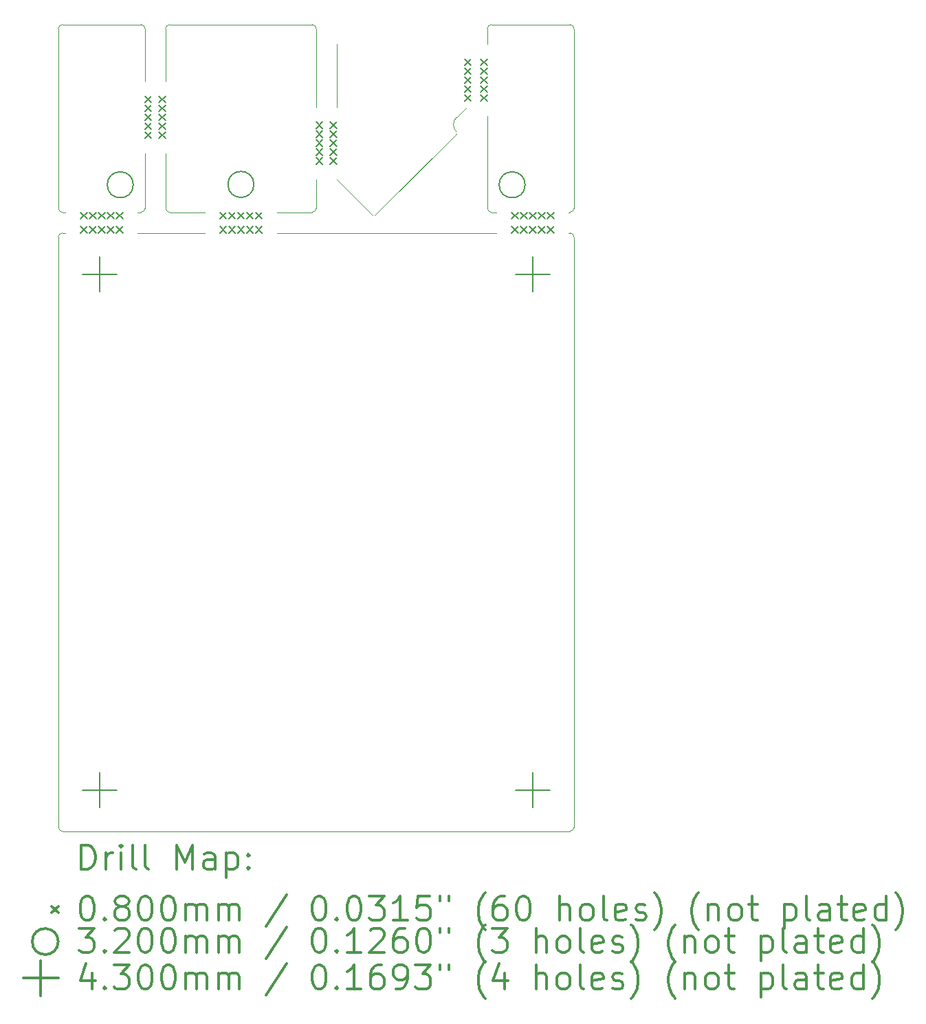
<source format=gbr>
%FSLAX45Y45*%
G04 Gerber Fmt 4.5, Leading zero omitted, Abs format (unit mm)*
G04 Created by KiCad (PCBNEW 5.1.12-84ad8e8a86~92~ubuntu16.04.1) date 2022-06-26 12:10:51*
%MOMM*%
%LPD*%
G01*
G04 APERTURE LIST*
%TA.AperFunction,Profile*%
%ADD10C,0.050000*%
%TD*%
%ADD11C,0.200000*%
%ADD12C,0.300000*%
G04 APERTURE END LIST*
D10*
X16840200Y-5867400D02*
G75*
G02*
X16840200Y-5892800I-12700J-12700D01*
G01*
X15836900Y-6896100D02*
G75*
G02*
X15811500Y-6896100I-12700J12700D01*
G01*
X16840200Y-5867400D02*
G75*
G02*
X16840200Y-5689600I88900J88900D01*
G01*
X16967200Y-5562600D02*
X16840200Y-5689600D01*
X15367000Y-6451600D02*
X15811500Y-6896100D01*
X15836900Y-6896100D02*
X16840200Y-5892800D01*
X11988800Y-14478000D02*
G75*
G02*
X11938000Y-14427200I0J50800D01*
G01*
X18288000Y-14427200D02*
G75*
G02*
X18237200Y-14478000I-50800J0D01*
G01*
X18237200Y-7112000D02*
G75*
G02*
X18288000Y-7162800I0J-50800D01*
G01*
X18288000Y-6807200D02*
G75*
G02*
X18237200Y-6858000I-50800J0D01*
G01*
X17272000Y-6858000D02*
G75*
G02*
X17221200Y-6807200I0J50800D01*
G01*
X18237200Y-4546600D02*
G75*
G02*
X18288000Y-4597400I0J-50800D01*
G01*
X17221200Y-4597400D02*
G75*
G02*
X17272000Y-4546600I50800J0D01*
G01*
X15113000Y-6807200D02*
G75*
G02*
X15062200Y-6858000I-50800J0D01*
G01*
X15062200Y-4546600D02*
G75*
G02*
X15113000Y-4597400I0J-50800D01*
G01*
X13258800Y-4597400D02*
G75*
G02*
X13309600Y-4546600I50800J0D01*
G01*
X13309600Y-6858000D02*
G75*
G02*
X13258800Y-6807200I0J50800D01*
G01*
X13004800Y-6807200D02*
G75*
G02*
X12954000Y-6858000I-50800J0D01*
G01*
X12954000Y-4546600D02*
G75*
G02*
X13004800Y-4597400I0J-50800D01*
G01*
X11938000Y-4597400D02*
G75*
G02*
X11988800Y-4546600I50800J0D01*
G01*
X11938000Y-7162800D02*
G75*
G02*
X11988800Y-7112000I50800J0D01*
G01*
X11988800Y-6858000D02*
G75*
G02*
X11938000Y-6807200I0J50800D01*
G01*
X18224500Y-7112000D02*
X18237200Y-7112000D01*
X17335500Y-6858000D02*
X17272000Y-6858000D01*
X18224500Y-6858000D02*
X18237200Y-6858000D01*
X17221200Y-5676900D02*
X17221200Y-6807200D01*
X18288000Y-4597400D02*
X18288000Y-6807200D01*
X17272000Y-4546600D02*
X18237200Y-4546600D01*
X17221200Y-4787900D02*
X17221200Y-4597400D01*
X12026900Y-7112000D02*
X11988800Y-7112000D01*
X11988800Y-6858000D02*
X12026900Y-6858000D01*
X15367000Y-4787900D02*
X15367000Y-5562600D01*
X15113000Y-4597400D02*
X15113000Y-5562600D01*
X13258800Y-5245100D02*
X13258800Y-4597400D01*
X14630400Y-6858000D02*
X15062200Y-6858000D01*
X13309600Y-6858000D02*
X13741400Y-6858000D01*
X13258800Y-6134100D02*
X13258800Y-6807200D01*
X12915900Y-7112000D02*
X13741400Y-7112000D01*
X13004800Y-6134100D02*
X13004800Y-6807200D01*
X13004800Y-4597400D02*
X13004800Y-5245100D01*
X12915900Y-6858000D02*
X12954000Y-6858000D01*
X14630400Y-7112000D02*
X17335500Y-7112000D01*
X11938000Y-6807200D02*
X11938000Y-4597400D01*
X15113000Y-6451600D02*
X15113000Y-6807200D01*
X13309600Y-4546600D02*
X15062200Y-4546600D01*
X11988800Y-4546600D02*
X12954000Y-4546600D01*
X11938000Y-14427200D02*
X11938000Y-7162800D01*
X18237200Y-14478000D02*
X11988800Y-14478000D01*
X18288000Y-7162800D02*
X18288000Y-14427200D01*
D11*
X12211400Y-6858000D02*
X12291400Y-6938000D01*
X12291400Y-6858000D02*
X12211400Y-6938000D01*
X12211400Y-7032000D02*
X12291400Y-7112000D01*
X12291400Y-7032000D02*
X12211400Y-7112000D01*
X12321400Y-6858000D02*
X12401400Y-6938000D01*
X12401400Y-6858000D02*
X12321400Y-6938000D01*
X12321400Y-7032000D02*
X12401400Y-7112000D01*
X12401400Y-7032000D02*
X12321400Y-7112000D01*
X12431400Y-6858000D02*
X12511400Y-6938000D01*
X12511400Y-6858000D02*
X12431400Y-6938000D01*
X12431400Y-7032000D02*
X12511400Y-7112000D01*
X12511400Y-7032000D02*
X12431400Y-7112000D01*
X12541400Y-6858000D02*
X12621400Y-6938000D01*
X12621400Y-6858000D02*
X12541400Y-6938000D01*
X12541400Y-7032000D02*
X12621400Y-7112000D01*
X12621400Y-7032000D02*
X12541400Y-7112000D01*
X12651400Y-6858000D02*
X12731400Y-6938000D01*
X12731400Y-6858000D02*
X12651400Y-6938000D01*
X12651400Y-7032000D02*
X12731400Y-7112000D01*
X12731400Y-7032000D02*
X12651400Y-7112000D01*
X13004800Y-5429600D02*
X13084800Y-5509600D01*
X13084800Y-5429600D02*
X13004800Y-5509600D01*
X13004800Y-5539600D02*
X13084800Y-5619600D01*
X13084800Y-5539600D02*
X13004800Y-5619600D01*
X13004800Y-5649600D02*
X13084800Y-5729600D01*
X13084800Y-5649600D02*
X13004800Y-5729600D01*
X13004800Y-5759600D02*
X13084800Y-5839600D01*
X13084800Y-5759600D02*
X13004800Y-5839600D01*
X13004800Y-5869600D02*
X13084800Y-5949600D01*
X13084800Y-5869600D02*
X13004800Y-5949600D01*
X13178800Y-5429600D02*
X13258800Y-5509600D01*
X13258800Y-5429600D02*
X13178800Y-5509600D01*
X13178800Y-5539600D02*
X13258800Y-5619600D01*
X13258800Y-5539600D02*
X13178800Y-5619600D01*
X13178800Y-5649600D02*
X13258800Y-5729600D01*
X13258800Y-5649600D02*
X13178800Y-5729600D01*
X13178800Y-5759600D02*
X13258800Y-5839600D01*
X13258800Y-5759600D02*
X13178800Y-5839600D01*
X13178800Y-5869600D02*
X13258800Y-5949600D01*
X13258800Y-5869600D02*
X13178800Y-5949600D01*
X13925900Y-6858000D02*
X14005900Y-6938000D01*
X14005900Y-6858000D02*
X13925900Y-6938000D01*
X13925900Y-7032000D02*
X14005900Y-7112000D01*
X14005900Y-7032000D02*
X13925900Y-7112000D01*
X14035900Y-6858000D02*
X14115900Y-6938000D01*
X14115900Y-6858000D02*
X14035900Y-6938000D01*
X14035900Y-7032000D02*
X14115900Y-7112000D01*
X14115900Y-7032000D02*
X14035900Y-7112000D01*
X14145900Y-6858000D02*
X14225900Y-6938000D01*
X14225900Y-6858000D02*
X14145900Y-6938000D01*
X14145900Y-7032000D02*
X14225900Y-7112000D01*
X14225900Y-7032000D02*
X14145900Y-7112000D01*
X14255900Y-6858000D02*
X14335900Y-6938000D01*
X14335900Y-6858000D02*
X14255900Y-6938000D01*
X14255900Y-7032000D02*
X14335900Y-7112000D01*
X14335900Y-7032000D02*
X14255900Y-7112000D01*
X14365900Y-6858000D02*
X14445900Y-6938000D01*
X14445900Y-6858000D02*
X14365900Y-6938000D01*
X14365900Y-7032000D02*
X14445900Y-7112000D01*
X14445900Y-7032000D02*
X14365900Y-7112000D01*
X15113000Y-5747100D02*
X15193000Y-5827100D01*
X15193000Y-5747100D02*
X15113000Y-5827100D01*
X15113000Y-5857100D02*
X15193000Y-5937100D01*
X15193000Y-5857100D02*
X15113000Y-5937100D01*
X15113000Y-5967100D02*
X15193000Y-6047100D01*
X15193000Y-5967100D02*
X15113000Y-6047100D01*
X15113000Y-6077100D02*
X15193000Y-6157100D01*
X15193000Y-6077100D02*
X15113000Y-6157100D01*
X15113000Y-6187100D02*
X15193000Y-6267100D01*
X15193000Y-6187100D02*
X15113000Y-6267100D01*
X15287000Y-5747100D02*
X15367000Y-5827100D01*
X15367000Y-5747100D02*
X15287000Y-5827100D01*
X15287000Y-5857100D02*
X15367000Y-5937100D01*
X15367000Y-5857100D02*
X15287000Y-5937100D01*
X15287000Y-5967100D02*
X15367000Y-6047100D01*
X15367000Y-5967100D02*
X15287000Y-6047100D01*
X15287000Y-6077100D02*
X15367000Y-6157100D01*
X15367000Y-6077100D02*
X15287000Y-6157100D01*
X15287000Y-6187100D02*
X15367000Y-6267100D01*
X15367000Y-6187100D02*
X15287000Y-6267100D01*
X16941800Y-4972400D02*
X17021800Y-5052400D01*
X17021800Y-4972400D02*
X16941800Y-5052400D01*
X16941800Y-5082400D02*
X17021800Y-5162400D01*
X17021800Y-5082400D02*
X16941800Y-5162400D01*
X16941800Y-5192400D02*
X17021800Y-5272400D01*
X17021800Y-5192400D02*
X16941800Y-5272400D01*
X16941800Y-5302400D02*
X17021800Y-5382400D01*
X17021800Y-5302400D02*
X16941800Y-5382400D01*
X16941800Y-5412400D02*
X17021800Y-5492400D01*
X17021800Y-5412400D02*
X16941800Y-5492400D01*
X17141200Y-4972400D02*
X17221200Y-5052400D01*
X17221200Y-4972400D02*
X17141200Y-5052400D01*
X17141200Y-5082400D02*
X17221200Y-5162400D01*
X17221200Y-5082400D02*
X17141200Y-5162400D01*
X17141200Y-5192400D02*
X17221200Y-5272400D01*
X17221200Y-5192400D02*
X17141200Y-5272400D01*
X17141200Y-5302400D02*
X17221200Y-5382400D01*
X17221200Y-5302400D02*
X17141200Y-5382400D01*
X17141200Y-5412400D02*
X17221200Y-5492400D01*
X17221200Y-5412400D02*
X17141200Y-5492400D01*
X17520000Y-6858000D02*
X17600000Y-6938000D01*
X17600000Y-6858000D02*
X17520000Y-6938000D01*
X17520000Y-7032000D02*
X17600000Y-7112000D01*
X17600000Y-7032000D02*
X17520000Y-7112000D01*
X17630000Y-6858000D02*
X17710000Y-6938000D01*
X17710000Y-6858000D02*
X17630000Y-6938000D01*
X17630000Y-7032000D02*
X17710000Y-7112000D01*
X17710000Y-7032000D02*
X17630000Y-7112000D01*
X17740000Y-6858000D02*
X17820000Y-6938000D01*
X17820000Y-6858000D02*
X17740000Y-6938000D01*
X17740000Y-7032000D02*
X17820000Y-7112000D01*
X17820000Y-7032000D02*
X17740000Y-7112000D01*
X17850000Y-6858000D02*
X17930000Y-6938000D01*
X17930000Y-6858000D02*
X17850000Y-6938000D01*
X17850000Y-7032000D02*
X17930000Y-7112000D01*
X17930000Y-7032000D02*
X17850000Y-7112000D01*
X17960000Y-6858000D02*
X18040000Y-6938000D01*
X18040000Y-6858000D02*
X17960000Y-6938000D01*
X17960000Y-7032000D02*
X18040000Y-7112000D01*
X18040000Y-7032000D02*
X17960000Y-7112000D01*
X12860000Y-6519600D02*
G75*
G03*
X12860000Y-6519600I-160000J0D01*
G01*
X14345900Y-6515100D02*
G75*
G03*
X14345900Y-6515100I-160000J0D01*
G01*
X17686000Y-6519600D02*
G75*
G03*
X17686000Y-6519600I-160000J0D01*
G01*
X12446000Y-7405000D02*
X12446000Y-7835000D01*
X12231000Y-7620000D02*
X12661000Y-7620000D01*
X12446000Y-13755000D02*
X12446000Y-14185000D01*
X12231000Y-13970000D02*
X12661000Y-13970000D01*
X17780000Y-7405000D02*
X17780000Y-7835000D01*
X17565000Y-7620000D02*
X17995000Y-7620000D01*
X17780000Y-13755000D02*
X17780000Y-14185000D01*
X17565000Y-13970000D02*
X17995000Y-13970000D01*
D12*
X12221928Y-14946214D02*
X12221928Y-14646214D01*
X12293357Y-14646214D01*
X12336214Y-14660500D01*
X12364786Y-14689071D01*
X12379071Y-14717643D01*
X12393357Y-14774786D01*
X12393357Y-14817643D01*
X12379071Y-14874786D01*
X12364786Y-14903357D01*
X12336214Y-14931929D01*
X12293357Y-14946214D01*
X12221928Y-14946214D01*
X12521928Y-14946214D02*
X12521928Y-14746214D01*
X12521928Y-14803357D02*
X12536214Y-14774786D01*
X12550500Y-14760500D01*
X12579071Y-14746214D01*
X12607643Y-14746214D01*
X12707643Y-14946214D02*
X12707643Y-14746214D01*
X12707643Y-14646214D02*
X12693357Y-14660500D01*
X12707643Y-14674786D01*
X12721928Y-14660500D01*
X12707643Y-14646214D01*
X12707643Y-14674786D01*
X12893357Y-14946214D02*
X12864786Y-14931929D01*
X12850500Y-14903357D01*
X12850500Y-14646214D01*
X13050500Y-14946214D02*
X13021928Y-14931929D01*
X13007643Y-14903357D01*
X13007643Y-14646214D01*
X13393357Y-14946214D02*
X13393357Y-14646214D01*
X13493357Y-14860500D01*
X13593357Y-14646214D01*
X13593357Y-14946214D01*
X13864786Y-14946214D02*
X13864786Y-14789071D01*
X13850500Y-14760500D01*
X13821928Y-14746214D01*
X13764786Y-14746214D01*
X13736214Y-14760500D01*
X13864786Y-14931929D02*
X13836214Y-14946214D01*
X13764786Y-14946214D01*
X13736214Y-14931929D01*
X13721928Y-14903357D01*
X13721928Y-14874786D01*
X13736214Y-14846214D01*
X13764786Y-14831929D01*
X13836214Y-14831929D01*
X13864786Y-14817643D01*
X14007643Y-14746214D02*
X14007643Y-15046214D01*
X14007643Y-14760500D02*
X14036214Y-14746214D01*
X14093357Y-14746214D01*
X14121928Y-14760500D01*
X14136214Y-14774786D01*
X14150500Y-14803357D01*
X14150500Y-14889071D01*
X14136214Y-14917643D01*
X14121928Y-14931929D01*
X14093357Y-14946214D01*
X14036214Y-14946214D01*
X14007643Y-14931929D01*
X14279071Y-14917643D02*
X14293357Y-14931929D01*
X14279071Y-14946214D01*
X14264786Y-14931929D01*
X14279071Y-14917643D01*
X14279071Y-14946214D01*
X14279071Y-14760500D02*
X14293357Y-14774786D01*
X14279071Y-14789071D01*
X14264786Y-14774786D01*
X14279071Y-14760500D01*
X14279071Y-14789071D01*
X11855500Y-15400500D02*
X11935500Y-15480500D01*
X11935500Y-15400500D02*
X11855500Y-15480500D01*
X12279071Y-15276214D02*
X12307643Y-15276214D01*
X12336214Y-15290500D01*
X12350500Y-15304786D01*
X12364786Y-15333357D01*
X12379071Y-15390500D01*
X12379071Y-15461929D01*
X12364786Y-15519071D01*
X12350500Y-15547643D01*
X12336214Y-15561929D01*
X12307643Y-15576214D01*
X12279071Y-15576214D01*
X12250500Y-15561929D01*
X12236214Y-15547643D01*
X12221928Y-15519071D01*
X12207643Y-15461929D01*
X12207643Y-15390500D01*
X12221928Y-15333357D01*
X12236214Y-15304786D01*
X12250500Y-15290500D01*
X12279071Y-15276214D01*
X12507643Y-15547643D02*
X12521928Y-15561929D01*
X12507643Y-15576214D01*
X12493357Y-15561929D01*
X12507643Y-15547643D01*
X12507643Y-15576214D01*
X12693357Y-15404786D02*
X12664786Y-15390500D01*
X12650500Y-15376214D01*
X12636214Y-15347643D01*
X12636214Y-15333357D01*
X12650500Y-15304786D01*
X12664786Y-15290500D01*
X12693357Y-15276214D01*
X12750500Y-15276214D01*
X12779071Y-15290500D01*
X12793357Y-15304786D01*
X12807643Y-15333357D01*
X12807643Y-15347643D01*
X12793357Y-15376214D01*
X12779071Y-15390500D01*
X12750500Y-15404786D01*
X12693357Y-15404786D01*
X12664786Y-15419071D01*
X12650500Y-15433357D01*
X12636214Y-15461929D01*
X12636214Y-15519071D01*
X12650500Y-15547643D01*
X12664786Y-15561929D01*
X12693357Y-15576214D01*
X12750500Y-15576214D01*
X12779071Y-15561929D01*
X12793357Y-15547643D01*
X12807643Y-15519071D01*
X12807643Y-15461929D01*
X12793357Y-15433357D01*
X12779071Y-15419071D01*
X12750500Y-15404786D01*
X12993357Y-15276214D02*
X13021928Y-15276214D01*
X13050500Y-15290500D01*
X13064786Y-15304786D01*
X13079071Y-15333357D01*
X13093357Y-15390500D01*
X13093357Y-15461929D01*
X13079071Y-15519071D01*
X13064786Y-15547643D01*
X13050500Y-15561929D01*
X13021928Y-15576214D01*
X12993357Y-15576214D01*
X12964786Y-15561929D01*
X12950500Y-15547643D01*
X12936214Y-15519071D01*
X12921928Y-15461929D01*
X12921928Y-15390500D01*
X12936214Y-15333357D01*
X12950500Y-15304786D01*
X12964786Y-15290500D01*
X12993357Y-15276214D01*
X13279071Y-15276214D02*
X13307643Y-15276214D01*
X13336214Y-15290500D01*
X13350500Y-15304786D01*
X13364786Y-15333357D01*
X13379071Y-15390500D01*
X13379071Y-15461929D01*
X13364786Y-15519071D01*
X13350500Y-15547643D01*
X13336214Y-15561929D01*
X13307643Y-15576214D01*
X13279071Y-15576214D01*
X13250500Y-15561929D01*
X13236214Y-15547643D01*
X13221928Y-15519071D01*
X13207643Y-15461929D01*
X13207643Y-15390500D01*
X13221928Y-15333357D01*
X13236214Y-15304786D01*
X13250500Y-15290500D01*
X13279071Y-15276214D01*
X13507643Y-15576214D02*
X13507643Y-15376214D01*
X13507643Y-15404786D02*
X13521928Y-15390500D01*
X13550500Y-15376214D01*
X13593357Y-15376214D01*
X13621928Y-15390500D01*
X13636214Y-15419071D01*
X13636214Y-15576214D01*
X13636214Y-15419071D02*
X13650500Y-15390500D01*
X13679071Y-15376214D01*
X13721928Y-15376214D01*
X13750500Y-15390500D01*
X13764786Y-15419071D01*
X13764786Y-15576214D01*
X13907643Y-15576214D02*
X13907643Y-15376214D01*
X13907643Y-15404786D02*
X13921928Y-15390500D01*
X13950500Y-15376214D01*
X13993357Y-15376214D01*
X14021928Y-15390500D01*
X14036214Y-15419071D01*
X14036214Y-15576214D01*
X14036214Y-15419071D02*
X14050500Y-15390500D01*
X14079071Y-15376214D01*
X14121928Y-15376214D01*
X14150500Y-15390500D01*
X14164786Y-15419071D01*
X14164786Y-15576214D01*
X14750500Y-15261929D02*
X14493357Y-15647643D01*
X15136214Y-15276214D02*
X15164786Y-15276214D01*
X15193357Y-15290500D01*
X15207643Y-15304786D01*
X15221928Y-15333357D01*
X15236214Y-15390500D01*
X15236214Y-15461929D01*
X15221928Y-15519071D01*
X15207643Y-15547643D01*
X15193357Y-15561929D01*
X15164786Y-15576214D01*
X15136214Y-15576214D01*
X15107643Y-15561929D01*
X15093357Y-15547643D01*
X15079071Y-15519071D01*
X15064786Y-15461929D01*
X15064786Y-15390500D01*
X15079071Y-15333357D01*
X15093357Y-15304786D01*
X15107643Y-15290500D01*
X15136214Y-15276214D01*
X15364786Y-15547643D02*
X15379071Y-15561929D01*
X15364786Y-15576214D01*
X15350500Y-15561929D01*
X15364786Y-15547643D01*
X15364786Y-15576214D01*
X15564786Y-15276214D02*
X15593357Y-15276214D01*
X15621928Y-15290500D01*
X15636214Y-15304786D01*
X15650500Y-15333357D01*
X15664786Y-15390500D01*
X15664786Y-15461929D01*
X15650500Y-15519071D01*
X15636214Y-15547643D01*
X15621928Y-15561929D01*
X15593357Y-15576214D01*
X15564786Y-15576214D01*
X15536214Y-15561929D01*
X15521928Y-15547643D01*
X15507643Y-15519071D01*
X15493357Y-15461929D01*
X15493357Y-15390500D01*
X15507643Y-15333357D01*
X15521928Y-15304786D01*
X15536214Y-15290500D01*
X15564786Y-15276214D01*
X15764786Y-15276214D02*
X15950500Y-15276214D01*
X15850500Y-15390500D01*
X15893357Y-15390500D01*
X15921928Y-15404786D01*
X15936214Y-15419071D01*
X15950500Y-15447643D01*
X15950500Y-15519071D01*
X15936214Y-15547643D01*
X15921928Y-15561929D01*
X15893357Y-15576214D01*
X15807643Y-15576214D01*
X15779071Y-15561929D01*
X15764786Y-15547643D01*
X16236214Y-15576214D02*
X16064786Y-15576214D01*
X16150500Y-15576214D02*
X16150500Y-15276214D01*
X16121928Y-15319071D01*
X16093357Y-15347643D01*
X16064786Y-15361929D01*
X16507643Y-15276214D02*
X16364786Y-15276214D01*
X16350500Y-15419071D01*
X16364786Y-15404786D01*
X16393357Y-15390500D01*
X16464786Y-15390500D01*
X16493357Y-15404786D01*
X16507643Y-15419071D01*
X16521928Y-15447643D01*
X16521928Y-15519071D01*
X16507643Y-15547643D01*
X16493357Y-15561929D01*
X16464786Y-15576214D01*
X16393357Y-15576214D01*
X16364786Y-15561929D01*
X16350500Y-15547643D01*
X16636214Y-15276214D02*
X16636214Y-15333357D01*
X16750500Y-15276214D02*
X16750500Y-15333357D01*
X17193357Y-15690500D02*
X17179071Y-15676214D01*
X17150500Y-15633357D01*
X17136214Y-15604786D01*
X17121928Y-15561929D01*
X17107643Y-15490500D01*
X17107643Y-15433357D01*
X17121928Y-15361929D01*
X17136214Y-15319071D01*
X17150500Y-15290500D01*
X17179071Y-15247643D01*
X17193357Y-15233357D01*
X17436214Y-15276214D02*
X17379071Y-15276214D01*
X17350500Y-15290500D01*
X17336214Y-15304786D01*
X17307643Y-15347643D01*
X17293357Y-15404786D01*
X17293357Y-15519071D01*
X17307643Y-15547643D01*
X17321928Y-15561929D01*
X17350500Y-15576214D01*
X17407643Y-15576214D01*
X17436214Y-15561929D01*
X17450500Y-15547643D01*
X17464786Y-15519071D01*
X17464786Y-15447643D01*
X17450500Y-15419071D01*
X17436214Y-15404786D01*
X17407643Y-15390500D01*
X17350500Y-15390500D01*
X17321928Y-15404786D01*
X17307643Y-15419071D01*
X17293357Y-15447643D01*
X17650500Y-15276214D02*
X17679071Y-15276214D01*
X17707643Y-15290500D01*
X17721928Y-15304786D01*
X17736214Y-15333357D01*
X17750500Y-15390500D01*
X17750500Y-15461929D01*
X17736214Y-15519071D01*
X17721928Y-15547643D01*
X17707643Y-15561929D01*
X17679071Y-15576214D01*
X17650500Y-15576214D01*
X17621928Y-15561929D01*
X17607643Y-15547643D01*
X17593357Y-15519071D01*
X17579071Y-15461929D01*
X17579071Y-15390500D01*
X17593357Y-15333357D01*
X17607643Y-15304786D01*
X17621928Y-15290500D01*
X17650500Y-15276214D01*
X18107643Y-15576214D02*
X18107643Y-15276214D01*
X18236214Y-15576214D02*
X18236214Y-15419071D01*
X18221928Y-15390500D01*
X18193357Y-15376214D01*
X18150500Y-15376214D01*
X18121928Y-15390500D01*
X18107643Y-15404786D01*
X18421928Y-15576214D02*
X18393357Y-15561929D01*
X18379071Y-15547643D01*
X18364786Y-15519071D01*
X18364786Y-15433357D01*
X18379071Y-15404786D01*
X18393357Y-15390500D01*
X18421928Y-15376214D01*
X18464786Y-15376214D01*
X18493357Y-15390500D01*
X18507643Y-15404786D01*
X18521928Y-15433357D01*
X18521928Y-15519071D01*
X18507643Y-15547643D01*
X18493357Y-15561929D01*
X18464786Y-15576214D01*
X18421928Y-15576214D01*
X18693357Y-15576214D02*
X18664786Y-15561929D01*
X18650500Y-15533357D01*
X18650500Y-15276214D01*
X18921928Y-15561929D02*
X18893357Y-15576214D01*
X18836214Y-15576214D01*
X18807643Y-15561929D01*
X18793357Y-15533357D01*
X18793357Y-15419071D01*
X18807643Y-15390500D01*
X18836214Y-15376214D01*
X18893357Y-15376214D01*
X18921928Y-15390500D01*
X18936214Y-15419071D01*
X18936214Y-15447643D01*
X18793357Y-15476214D01*
X19050500Y-15561929D02*
X19079071Y-15576214D01*
X19136214Y-15576214D01*
X19164786Y-15561929D01*
X19179071Y-15533357D01*
X19179071Y-15519071D01*
X19164786Y-15490500D01*
X19136214Y-15476214D01*
X19093357Y-15476214D01*
X19064786Y-15461929D01*
X19050500Y-15433357D01*
X19050500Y-15419071D01*
X19064786Y-15390500D01*
X19093357Y-15376214D01*
X19136214Y-15376214D01*
X19164786Y-15390500D01*
X19279071Y-15690500D02*
X19293357Y-15676214D01*
X19321928Y-15633357D01*
X19336214Y-15604786D01*
X19350500Y-15561929D01*
X19364786Y-15490500D01*
X19364786Y-15433357D01*
X19350500Y-15361929D01*
X19336214Y-15319071D01*
X19321928Y-15290500D01*
X19293357Y-15247643D01*
X19279071Y-15233357D01*
X19821928Y-15690500D02*
X19807643Y-15676214D01*
X19779071Y-15633357D01*
X19764786Y-15604786D01*
X19750500Y-15561929D01*
X19736214Y-15490500D01*
X19736214Y-15433357D01*
X19750500Y-15361929D01*
X19764786Y-15319071D01*
X19779071Y-15290500D01*
X19807643Y-15247643D01*
X19821928Y-15233357D01*
X19936214Y-15376214D02*
X19936214Y-15576214D01*
X19936214Y-15404786D02*
X19950500Y-15390500D01*
X19979071Y-15376214D01*
X20021928Y-15376214D01*
X20050500Y-15390500D01*
X20064786Y-15419071D01*
X20064786Y-15576214D01*
X20250500Y-15576214D02*
X20221928Y-15561929D01*
X20207643Y-15547643D01*
X20193357Y-15519071D01*
X20193357Y-15433357D01*
X20207643Y-15404786D01*
X20221928Y-15390500D01*
X20250500Y-15376214D01*
X20293357Y-15376214D01*
X20321928Y-15390500D01*
X20336214Y-15404786D01*
X20350500Y-15433357D01*
X20350500Y-15519071D01*
X20336214Y-15547643D01*
X20321928Y-15561929D01*
X20293357Y-15576214D01*
X20250500Y-15576214D01*
X20436214Y-15376214D02*
X20550500Y-15376214D01*
X20479071Y-15276214D02*
X20479071Y-15533357D01*
X20493357Y-15561929D01*
X20521928Y-15576214D01*
X20550500Y-15576214D01*
X20879071Y-15376214D02*
X20879071Y-15676214D01*
X20879071Y-15390500D02*
X20907643Y-15376214D01*
X20964786Y-15376214D01*
X20993357Y-15390500D01*
X21007643Y-15404786D01*
X21021928Y-15433357D01*
X21021928Y-15519071D01*
X21007643Y-15547643D01*
X20993357Y-15561929D01*
X20964786Y-15576214D01*
X20907643Y-15576214D01*
X20879071Y-15561929D01*
X21193357Y-15576214D02*
X21164786Y-15561929D01*
X21150500Y-15533357D01*
X21150500Y-15276214D01*
X21436214Y-15576214D02*
X21436214Y-15419071D01*
X21421928Y-15390500D01*
X21393357Y-15376214D01*
X21336214Y-15376214D01*
X21307643Y-15390500D01*
X21436214Y-15561929D02*
X21407643Y-15576214D01*
X21336214Y-15576214D01*
X21307643Y-15561929D01*
X21293357Y-15533357D01*
X21293357Y-15504786D01*
X21307643Y-15476214D01*
X21336214Y-15461929D01*
X21407643Y-15461929D01*
X21436214Y-15447643D01*
X21536214Y-15376214D02*
X21650500Y-15376214D01*
X21579071Y-15276214D02*
X21579071Y-15533357D01*
X21593357Y-15561929D01*
X21621928Y-15576214D01*
X21650500Y-15576214D01*
X21864786Y-15561929D02*
X21836214Y-15576214D01*
X21779071Y-15576214D01*
X21750500Y-15561929D01*
X21736214Y-15533357D01*
X21736214Y-15419071D01*
X21750500Y-15390500D01*
X21779071Y-15376214D01*
X21836214Y-15376214D01*
X21864786Y-15390500D01*
X21879071Y-15419071D01*
X21879071Y-15447643D01*
X21736214Y-15476214D01*
X22136214Y-15576214D02*
X22136214Y-15276214D01*
X22136214Y-15561929D02*
X22107643Y-15576214D01*
X22050500Y-15576214D01*
X22021928Y-15561929D01*
X22007643Y-15547643D01*
X21993357Y-15519071D01*
X21993357Y-15433357D01*
X22007643Y-15404786D01*
X22021928Y-15390500D01*
X22050500Y-15376214D01*
X22107643Y-15376214D01*
X22136214Y-15390500D01*
X22250500Y-15690500D02*
X22264786Y-15676214D01*
X22293357Y-15633357D01*
X22307643Y-15604786D01*
X22321928Y-15561929D01*
X22336214Y-15490500D01*
X22336214Y-15433357D01*
X22321928Y-15361929D01*
X22307643Y-15319071D01*
X22293357Y-15290500D01*
X22264786Y-15247643D01*
X22250500Y-15233357D01*
X11935500Y-15836500D02*
G75*
G03*
X11935500Y-15836500I-160000J0D01*
G01*
X12193357Y-15672214D02*
X12379071Y-15672214D01*
X12279071Y-15786500D01*
X12321928Y-15786500D01*
X12350500Y-15800786D01*
X12364786Y-15815071D01*
X12379071Y-15843643D01*
X12379071Y-15915071D01*
X12364786Y-15943643D01*
X12350500Y-15957929D01*
X12321928Y-15972214D01*
X12236214Y-15972214D01*
X12207643Y-15957929D01*
X12193357Y-15943643D01*
X12507643Y-15943643D02*
X12521928Y-15957929D01*
X12507643Y-15972214D01*
X12493357Y-15957929D01*
X12507643Y-15943643D01*
X12507643Y-15972214D01*
X12636214Y-15700786D02*
X12650500Y-15686500D01*
X12679071Y-15672214D01*
X12750500Y-15672214D01*
X12779071Y-15686500D01*
X12793357Y-15700786D01*
X12807643Y-15729357D01*
X12807643Y-15757929D01*
X12793357Y-15800786D01*
X12621928Y-15972214D01*
X12807643Y-15972214D01*
X12993357Y-15672214D02*
X13021928Y-15672214D01*
X13050500Y-15686500D01*
X13064786Y-15700786D01*
X13079071Y-15729357D01*
X13093357Y-15786500D01*
X13093357Y-15857929D01*
X13079071Y-15915071D01*
X13064786Y-15943643D01*
X13050500Y-15957929D01*
X13021928Y-15972214D01*
X12993357Y-15972214D01*
X12964786Y-15957929D01*
X12950500Y-15943643D01*
X12936214Y-15915071D01*
X12921928Y-15857929D01*
X12921928Y-15786500D01*
X12936214Y-15729357D01*
X12950500Y-15700786D01*
X12964786Y-15686500D01*
X12993357Y-15672214D01*
X13279071Y-15672214D02*
X13307643Y-15672214D01*
X13336214Y-15686500D01*
X13350500Y-15700786D01*
X13364786Y-15729357D01*
X13379071Y-15786500D01*
X13379071Y-15857929D01*
X13364786Y-15915071D01*
X13350500Y-15943643D01*
X13336214Y-15957929D01*
X13307643Y-15972214D01*
X13279071Y-15972214D01*
X13250500Y-15957929D01*
X13236214Y-15943643D01*
X13221928Y-15915071D01*
X13207643Y-15857929D01*
X13207643Y-15786500D01*
X13221928Y-15729357D01*
X13236214Y-15700786D01*
X13250500Y-15686500D01*
X13279071Y-15672214D01*
X13507643Y-15972214D02*
X13507643Y-15772214D01*
X13507643Y-15800786D02*
X13521928Y-15786500D01*
X13550500Y-15772214D01*
X13593357Y-15772214D01*
X13621928Y-15786500D01*
X13636214Y-15815071D01*
X13636214Y-15972214D01*
X13636214Y-15815071D02*
X13650500Y-15786500D01*
X13679071Y-15772214D01*
X13721928Y-15772214D01*
X13750500Y-15786500D01*
X13764786Y-15815071D01*
X13764786Y-15972214D01*
X13907643Y-15972214D02*
X13907643Y-15772214D01*
X13907643Y-15800786D02*
X13921928Y-15786500D01*
X13950500Y-15772214D01*
X13993357Y-15772214D01*
X14021928Y-15786500D01*
X14036214Y-15815071D01*
X14036214Y-15972214D01*
X14036214Y-15815071D02*
X14050500Y-15786500D01*
X14079071Y-15772214D01*
X14121928Y-15772214D01*
X14150500Y-15786500D01*
X14164786Y-15815071D01*
X14164786Y-15972214D01*
X14750500Y-15657929D02*
X14493357Y-16043643D01*
X15136214Y-15672214D02*
X15164786Y-15672214D01*
X15193357Y-15686500D01*
X15207643Y-15700786D01*
X15221928Y-15729357D01*
X15236214Y-15786500D01*
X15236214Y-15857929D01*
X15221928Y-15915071D01*
X15207643Y-15943643D01*
X15193357Y-15957929D01*
X15164786Y-15972214D01*
X15136214Y-15972214D01*
X15107643Y-15957929D01*
X15093357Y-15943643D01*
X15079071Y-15915071D01*
X15064786Y-15857929D01*
X15064786Y-15786500D01*
X15079071Y-15729357D01*
X15093357Y-15700786D01*
X15107643Y-15686500D01*
X15136214Y-15672214D01*
X15364786Y-15943643D02*
X15379071Y-15957929D01*
X15364786Y-15972214D01*
X15350500Y-15957929D01*
X15364786Y-15943643D01*
X15364786Y-15972214D01*
X15664786Y-15972214D02*
X15493357Y-15972214D01*
X15579071Y-15972214D02*
X15579071Y-15672214D01*
X15550500Y-15715071D01*
X15521928Y-15743643D01*
X15493357Y-15757929D01*
X15779071Y-15700786D02*
X15793357Y-15686500D01*
X15821928Y-15672214D01*
X15893357Y-15672214D01*
X15921928Y-15686500D01*
X15936214Y-15700786D01*
X15950500Y-15729357D01*
X15950500Y-15757929D01*
X15936214Y-15800786D01*
X15764786Y-15972214D01*
X15950500Y-15972214D01*
X16207643Y-15672214D02*
X16150500Y-15672214D01*
X16121928Y-15686500D01*
X16107643Y-15700786D01*
X16079071Y-15743643D01*
X16064786Y-15800786D01*
X16064786Y-15915071D01*
X16079071Y-15943643D01*
X16093357Y-15957929D01*
X16121928Y-15972214D01*
X16179071Y-15972214D01*
X16207643Y-15957929D01*
X16221928Y-15943643D01*
X16236214Y-15915071D01*
X16236214Y-15843643D01*
X16221928Y-15815071D01*
X16207643Y-15800786D01*
X16179071Y-15786500D01*
X16121928Y-15786500D01*
X16093357Y-15800786D01*
X16079071Y-15815071D01*
X16064786Y-15843643D01*
X16421928Y-15672214D02*
X16450500Y-15672214D01*
X16479071Y-15686500D01*
X16493357Y-15700786D01*
X16507643Y-15729357D01*
X16521928Y-15786500D01*
X16521928Y-15857929D01*
X16507643Y-15915071D01*
X16493357Y-15943643D01*
X16479071Y-15957929D01*
X16450500Y-15972214D01*
X16421928Y-15972214D01*
X16393357Y-15957929D01*
X16379071Y-15943643D01*
X16364786Y-15915071D01*
X16350500Y-15857929D01*
X16350500Y-15786500D01*
X16364786Y-15729357D01*
X16379071Y-15700786D01*
X16393357Y-15686500D01*
X16421928Y-15672214D01*
X16636214Y-15672214D02*
X16636214Y-15729357D01*
X16750500Y-15672214D02*
X16750500Y-15729357D01*
X17193357Y-16086500D02*
X17179071Y-16072214D01*
X17150500Y-16029357D01*
X17136214Y-16000786D01*
X17121928Y-15957929D01*
X17107643Y-15886500D01*
X17107643Y-15829357D01*
X17121928Y-15757929D01*
X17136214Y-15715071D01*
X17150500Y-15686500D01*
X17179071Y-15643643D01*
X17193357Y-15629357D01*
X17279071Y-15672214D02*
X17464786Y-15672214D01*
X17364786Y-15786500D01*
X17407643Y-15786500D01*
X17436214Y-15800786D01*
X17450500Y-15815071D01*
X17464786Y-15843643D01*
X17464786Y-15915071D01*
X17450500Y-15943643D01*
X17436214Y-15957929D01*
X17407643Y-15972214D01*
X17321928Y-15972214D01*
X17293357Y-15957929D01*
X17279071Y-15943643D01*
X17821928Y-15972214D02*
X17821928Y-15672214D01*
X17950500Y-15972214D02*
X17950500Y-15815071D01*
X17936214Y-15786500D01*
X17907643Y-15772214D01*
X17864786Y-15772214D01*
X17836214Y-15786500D01*
X17821928Y-15800786D01*
X18136214Y-15972214D02*
X18107643Y-15957929D01*
X18093357Y-15943643D01*
X18079071Y-15915071D01*
X18079071Y-15829357D01*
X18093357Y-15800786D01*
X18107643Y-15786500D01*
X18136214Y-15772214D01*
X18179071Y-15772214D01*
X18207643Y-15786500D01*
X18221928Y-15800786D01*
X18236214Y-15829357D01*
X18236214Y-15915071D01*
X18221928Y-15943643D01*
X18207643Y-15957929D01*
X18179071Y-15972214D01*
X18136214Y-15972214D01*
X18407643Y-15972214D02*
X18379071Y-15957929D01*
X18364786Y-15929357D01*
X18364786Y-15672214D01*
X18636214Y-15957929D02*
X18607643Y-15972214D01*
X18550500Y-15972214D01*
X18521928Y-15957929D01*
X18507643Y-15929357D01*
X18507643Y-15815071D01*
X18521928Y-15786500D01*
X18550500Y-15772214D01*
X18607643Y-15772214D01*
X18636214Y-15786500D01*
X18650500Y-15815071D01*
X18650500Y-15843643D01*
X18507643Y-15872214D01*
X18764786Y-15957929D02*
X18793357Y-15972214D01*
X18850500Y-15972214D01*
X18879071Y-15957929D01*
X18893357Y-15929357D01*
X18893357Y-15915071D01*
X18879071Y-15886500D01*
X18850500Y-15872214D01*
X18807643Y-15872214D01*
X18779071Y-15857929D01*
X18764786Y-15829357D01*
X18764786Y-15815071D01*
X18779071Y-15786500D01*
X18807643Y-15772214D01*
X18850500Y-15772214D01*
X18879071Y-15786500D01*
X18993357Y-16086500D02*
X19007643Y-16072214D01*
X19036214Y-16029357D01*
X19050500Y-16000786D01*
X19064786Y-15957929D01*
X19079071Y-15886500D01*
X19079071Y-15829357D01*
X19064786Y-15757929D01*
X19050500Y-15715071D01*
X19036214Y-15686500D01*
X19007643Y-15643643D01*
X18993357Y-15629357D01*
X19536214Y-16086500D02*
X19521928Y-16072214D01*
X19493357Y-16029357D01*
X19479071Y-16000786D01*
X19464786Y-15957929D01*
X19450500Y-15886500D01*
X19450500Y-15829357D01*
X19464786Y-15757929D01*
X19479071Y-15715071D01*
X19493357Y-15686500D01*
X19521928Y-15643643D01*
X19536214Y-15629357D01*
X19650500Y-15772214D02*
X19650500Y-15972214D01*
X19650500Y-15800786D02*
X19664786Y-15786500D01*
X19693357Y-15772214D01*
X19736214Y-15772214D01*
X19764786Y-15786500D01*
X19779071Y-15815071D01*
X19779071Y-15972214D01*
X19964786Y-15972214D02*
X19936214Y-15957929D01*
X19921928Y-15943643D01*
X19907643Y-15915071D01*
X19907643Y-15829357D01*
X19921928Y-15800786D01*
X19936214Y-15786500D01*
X19964786Y-15772214D01*
X20007643Y-15772214D01*
X20036214Y-15786500D01*
X20050500Y-15800786D01*
X20064786Y-15829357D01*
X20064786Y-15915071D01*
X20050500Y-15943643D01*
X20036214Y-15957929D01*
X20007643Y-15972214D01*
X19964786Y-15972214D01*
X20150500Y-15772214D02*
X20264786Y-15772214D01*
X20193357Y-15672214D02*
X20193357Y-15929357D01*
X20207643Y-15957929D01*
X20236214Y-15972214D01*
X20264786Y-15972214D01*
X20593357Y-15772214D02*
X20593357Y-16072214D01*
X20593357Y-15786500D02*
X20621928Y-15772214D01*
X20679071Y-15772214D01*
X20707643Y-15786500D01*
X20721928Y-15800786D01*
X20736214Y-15829357D01*
X20736214Y-15915071D01*
X20721928Y-15943643D01*
X20707643Y-15957929D01*
X20679071Y-15972214D01*
X20621928Y-15972214D01*
X20593357Y-15957929D01*
X20907643Y-15972214D02*
X20879071Y-15957929D01*
X20864786Y-15929357D01*
X20864786Y-15672214D01*
X21150500Y-15972214D02*
X21150500Y-15815071D01*
X21136214Y-15786500D01*
X21107643Y-15772214D01*
X21050500Y-15772214D01*
X21021928Y-15786500D01*
X21150500Y-15957929D02*
X21121928Y-15972214D01*
X21050500Y-15972214D01*
X21021928Y-15957929D01*
X21007643Y-15929357D01*
X21007643Y-15900786D01*
X21021928Y-15872214D01*
X21050500Y-15857929D01*
X21121928Y-15857929D01*
X21150500Y-15843643D01*
X21250500Y-15772214D02*
X21364786Y-15772214D01*
X21293357Y-15672214D02*
X21293357Y-15929357D01*
X21307643Y-15957929D01*
X21336214Y-15972214D01*
X21364786Y-15972214D01*
X21579071Y-15957929D02*
X21550500Y-15972214D01*
X21493357Y-15972214D01*
X21464786Y-15957929D01*
X21450500Y-15929357D01*
X21450500Y-15815071D01*
X21464786Y-15786500D01*
X21493357Y-15772214D01*
X21550500Y-15772214D01*
X21579071Y-15786500D01*
X21593357Y-15815071D01*
X21593357Y-15843643D01*
X21450500Y-15872214D01*
X21850500Y-15972214D02*
X21850500Y-15672214D01*
X21850500Y-15957929D02*
X21821928Y-15972214D01*
X21764786Y-15972214D01*
X21736214Y-15957929D01*
X21721928Y-15943643D01*
X21707643Y-15915071D01*
X21707643Y-15829357D01*
X21721928Y-15800786D01*
X21736214Y-15786500D01*
X21764786Y-15772214D01*
X21821928Y-15772214D01*
X21850500Y-15786500D01*
X21964786Y-16086500D02*
X21979071Y-16072214D01*
X22007643Y-16029357D01*
X22021928Y-16000786D01*
X22036214Y-15957929D01*
X22050500Y-15886500D01*
X22050500Y-15829357D01*
X22036214Y-15757929D01*
X22021928Y-15715071D01*
X22007643Y-15686500D01*
X21979071Y-15643643D01*
X21964786Y-15629357D01*
X11720500Y-16071500D02*
X11720500Y-16501500D01*
X11505500Y-16286500D02*
X11935500Y-16286500D01*
X12350500Y-16222214D02*
X12350500Y-16422214D01*
X12279071Y-16107929D02*
X12207643Y-16322214D01*
X12393357Y-16322214D01*
X12507643Y-16393643D02*
X12521928Y-16407929D01*
X12507643Y-16422214D01*
X12493357Y-16407929D01*
X12507643Y-16393643D01*
X12507643Y-16422214D01*
X12621928Y-16122214D02*
X12807643Y-16122214D01*
X12707643Y-16236500D01*
X12750500Y-16236500D01*
X12779071Y-16250786D01*
X12793357Y-16265071D01*
X12807643Y-16293643D01*
X12807643Y-16365071D01*
X12793357Y-16393643D01*
X12779071Y-16407929D01*
X12750500Y-16422214D01*
X12664786Y-16422214D01*
X12636214Y-16407929D01*
X12621928Y-16393643D01*
X12993357Y-16122214D02*
X13021928Y-16122214D01*
X13050500Y-16136500D01*
X13064786Y-16150786D01*
X13079071Y-16179357D01*
X13093357Y-16236500D01*
X13093357Y-16307929D01*
X13079071Y-16365071D01*
X13064786Y-16393643D01*
X13050500Y-16407929D01*
X13021928Y-16422214D01*
X12993357Y-16422214D01*
X12964786Y-16407929D01*
X12950500Y-16393643D01*
X12936214Y-16365071D01*
X12921928Y-16307929D01*
X12921928Y-16236500D01*
X12936214Y-16179357D01*
X12950500Y-16150786D01*
X12964786Y-16136500D01*
X12993357Y-16122214D01*
X13279071Y-16122214D02*
X13307643Y-16122214D01*
X13336214Y-16136500D01*
X13350500Y-16150786D01*
X13364786Y-16179357D01*
X13379071Y-16236500D01*
X13379071Y-16307929D01*
X13364786Y-16365071D01*
X13350500Y-16393643D01*
X13336214Y-16407929D01*
X13307643Y-16422214D01*
X13279071Y-16422214D01*
X13250500Y-16407929D01*
X13236214Y-16393643D01*
X13221928Y-16365071D01*
X13207643Y-16307929D01*
X13207643Y-16236500D01*
X13221928Y-16179357D01*
X13236214Y-16150786D01*
X13250500Y-16136500D01*
X13279071Y-16122214D01*
X13507643Y-16422214D02*
X13507643Y-16222214D01*
X13507643Y-16250786D02*
X13521928Y-16236500D01*
X13550500Y-16222214D01*
X13593357Y-16222214D01*
X13621928Y-16236500D01*
X13636214Y-16265071D01*
X13636214Y-16422214D01*
X13636214Y-16265071D02*
X13650500Y-16236500D01*
X13679071Y-16222214D01*
X13721928Y-16222214D01*
X13750500Y-16236500D01*
X13764786Y-16265071D01*
X13764786Y-16422214D01*
X13907643Y-16422214D02*
X13907643Y-16222214D01*
X13907643Y-16250786D02*
X13921928Y-16236500D01*
X13950500Y-16222214D01*
X13993357Y-16222214D01*
X14021928Y-16236500D01*
X14036214Y-16265071D01*
X14036214Y-16422214D01*
X14036214Y-16265071D02*
X14050500Y-16236500D01*
X14079071Y-16222214D01*
X14121928Y-16222214D01*
X14150500Y-16236500D01*
X14164786Y-16265071D01*
X14164786Y-16422214D01*
X14750500Y-16107929D02*
X14493357Y-16493643D01*
X15136214Y-16122214D02*
X15164786Y-16122214D01*
X15193357Y-16136500D01*
X15207643Y-16150786D01*
X15221928Y-16179357D01*
X15236214Y-16236500D01*
X15236214Y-16307929D01*
X15221928Y-16365071D01*
X15207643Y-16393643D01*
X15193357Y-16407929D01*
X15164786Y-16422214D01*
X15136214Y-16422214D01*
X15107643Y-16407929D01*
X15093357Y-16393643D01*
X15079071Y-16365071D01*
X15064786Y-16307929D01*
X15064786Y-16236500D01*
X15079071Y-16179357D01*
X15093357Y-16150786D01*
X15107643Y-16136500D01*
X15136214Y-16122214D01*
X15364786Y-16393643D02*
X15379071Y-16407929D01*
X15364786Y-16422214D01*
X15350500Y-16407929D01*
X15364786Y-16393643D01*
X15364786Y-16422214D01*
X15664786Y-16422214D02*
X15493357Y-16422214D01*
X15579071Y-16422214D02*
X15579071Y-16122214D01*
X15550500Y-16165071D01*
X15521928Y-16193643D01*
X15493357Y-16207929D01*
X15921928Y-16122214D02*
X15864786Y-16122214D01*
X15836214Y-16136500D01*
X15821928Y-16150786D01*
X15793357Y-16193643D01*
X15779071Y-16250786D01*
X15779071Y-16365071D01*
X15793357Y-16393643D01*
X15807643Y-16407929D01*
X15836214Y-16422214D01*
X15893357Y-16422214D01*
X15921928Y-16407929D01*
X15936214Y-16393643D01*
X15950500Y-16365071D01*
X15950500Y-16293643D01*
X15936214Y-16265071D01*
X15921928Y-16250786D01*
X15893357Y-16236500D01*
X15836214Y-16236500D01*
X15807643Y-16250786D01*
X15793357Y-16265071D01*
X15779071Y-16293643D01*
X16093357Y-16422214D02*
X16150500Y-16422214D01*
X16179071Y-16407929D01*
X16193357Y-16393643D01*
X16221928Y-16350786D01*
X16236214Y-16293643D01*
X16236214Y-16179357D01*
X16221928Y-16150786D01*
X16207643Y-16136500D01*
X16179071Y-16122214D01*
X16121928Y-16122214D01*
X16093357Y-16136500D01*
X16079071Y-16150786D01*
X16064786Y-16179357D01*
X16064786Y-16250786D01*
X16079071Y-16279357D01*
X16093357Y-16293643D01*
X16121928Y-16307929D01*
X16179071Y-16307929D01*
X16207643Y-16293643D01*
X16221928Y-16279357D01*
X16236214Y-16250786D01*
X16336214Y-16122214D02*
X16521928Y-16122214D01*
X16421928Y-16236500D01*
X16464786Y-16236500D01*
X16493357Y-16250786D01*
X16507643Y-16265071D01*
X16521928Y-16293643D01*
X16521928Y-16365071D01*
X16507643Y-16393643D01*
X16493357Y-16407929D01*
X16464786Y-16422214D01*
X16379071Y-16422214D01*
X16350500Y-16407929D01*
X16336214Y-16393643D01*
X16636214Y-16122214D02*
X16636214Y-16179357D01*
X16750500Y-16122214D02*
X16750500Y-16179357D01*
X17193357Y-16536500D02*
X17179071Y-16522214D01*
X17150500Y-16479357D01*
X17136214Y-16450786D01*
X17121928Y-16407929D01*
X17107643Y-16336500D01*
X17107643Y-16279357D01*
X17121928Y-16207929D01*
X17136214Y-16165071D01*
X17150500Y-16136500D01*
X17179071Y-16093643D01*
X17193357Y-16079357D01*
X17436214Y-16222214D02*
X17436214Y-16422214D01*
X17364786Y-16107929D02*
X17293357Y-16322214D01*
X17479071Y-16322214D01*
X17821928Y-16422214D02*
X17821928Y-16122214D01*
X17950500Y-16422214D02*
X17950500Y-16265071D01*
X17936214Y-16236500D01*
X17907643Y-16222214D01*
X17864786Y-16222214D01*
X17836214Y-16236500D01*
X17821928Y-16250786D01*
X18136214Y-16422214D02*
X18107643Y-16407929D01*
X18093357Y-16393643D01*
X18079071Y-16365071D01*
X18079071Y-16279357D01*
X18093357Y-16250786D01*
X18107643Y-16236500D01*
X18136214Y-16222214D01*
X18179071Y-16222214D01*
X18207643Y-16236500D01*
X18221928Y-16250786D01*
X18236214Y-16279357D01*
X18236214Y-16365071D01*
X18221928Y-16393643D01*
X18207643Y-16407929D01*
X18179071Y-16422214D01*
X18136214Y-16422214D01*
X18407643Y-16422214D02*
X18379071Y-16407929D01*
X18364786Y-16379357D01*
X18364786Y-16122214D01*
X18636214Y-16407929D02*
X18607643Y-16422214D01*
X18550500Y-16422214D01*
X18521928Y-16407929D01*
X18507643Y-16379357D01*
X18507643Y-16265071D01*
X18521928Y-16236500D01*
X18550500Y-16222214D01*
X18607643Y-16222214D01*
X18636214Y-16236500D01*
X18650500Y-16265071D01*
X18650500Y-16293643D01*
X18507643Y-16322214D01*
X18764786Y-16407929D02*
X18793357Y-16422214D01*
X18850500Y-16422214D01*
X18879071Y-16407929D01*
X18893357Y-16379357D01*
X18893357Y-16365071D01*
X18879071Y-16336500D01*
X18850500Y-16322214D01*
X18807643Y-16322214D01*
X18779071Y-16307929D01*
X18764786Y-16279357D01*
X18764786Y-16265071D01*
X18779071Y-16236500D01*
X18807643Y-16222214D01*
X18850500Y-16222214D01*
X18879071Y-16236500D01*
X18993357Y-16536500D02*
X19007643Y-16522214D01*
X19036214Y-16479357D01*
X19050500Y-16450786D01*
X19064786Y-16407929D01*
X19079071Y-16336500D01*
X19079071Y-16279357D01*
X19064786Y-16207929D01*
X19050500Y-16165071D01*
X19036214Y-16136500D01*
X19007643Y-16093643D01*
X18993357Y-16079357D01*
X19536214Y-16536500D02*
X19521928Y-16522214D01*
X19493357Y-16479357D01*
X19479071Y-16450786D01*
X19464786Y-16407929D01*
X19450500Y-16336500D01*
X19450500Y-16279357D01*
X19464786Y-16207929D01*
X19479071Y-16165071D01*
X19493357Y-16136500D01*
X19521928Y-16093643D01*
X19536214Y-16079357D01*
X19650500Y-16222214D02*
X19650500Y-16422214D01*
X19650500Y-16250786D02*
X19664786Y-16236500D01*
X19693357Y-16222214D01*
X19736214Y-16222214D01*
X19764786Y-16236500D01*
X19779071Y-16265071D01*
X19779071Y-16422214D01*
X19964786Y-16422214D02*
X19936214Y-16407929D01*
X19921928Y-16393643D01*
X19907643Y-16365071D01*
X19907643Y-16279357D01*
X19921928Y-16250786D01*
X19936214Y-16236500D01*
X19964786Y-16222214D01*
X20007643Y-16222214D01*
X20036214Y-16236500D01*
X20050500Y-16250786D01*
X20064786Y-16279357D01*
X20064786Y-16365071D01*
X20050500Y-16393643D01*
X20036214Y-16407929D01*
X20007643Y-16422214D01*
X19964786Y-16422214D01*
X20150500Y-16222214D02*
X20264786Y-16222214D01*
X20193357Y-16122214D02*
X20193357Y-16379357D01*
X20207643Y-16407929D01*
X20236214Y-16422214D01*
X20264786Y-16422214D01*
X20593357Y-16222214D02*
X20593357Y-16522214D01*
X20593357Y-16236500D02*
X20621928Y-16222214D01*
X20679071Y-16222214D01*
X20707643Y-16236500D01*
X20721928Y-16250786D01*
X20736214Y-16279357D01*
X20736214Y-16365071D01*
X20721928Y-16393643D01*
X20707643Y-16407929D01*
X20679071Y-16422214D01*
X20621928Y-16422214D01*
X20593357Y-16407929D01*
X20907643Y-16422214D02*
X20879071Y-16407929D01*
X20864786Y-16379357D01*
X20864786Y-16122214D01*
X21150500Y-16422214D02*
X21150500Y-16265071D01*
X21136214Y-16236500D01*
X21107643Y-16222214D01*
X21050500Y-16222214D01*
X21021928Y-16236500D01*
X21150500Y-16407929D02*
X21121928Y-16422214D01*
X21050500Y-16422214D01*
X21021928Y-16407929D01*
X21007643Y-16379357D01*
X21007643Y-16350786D01*
X21021928Y-16322214D01*
X21050500Y-16307929D01*
X21121928Y-16307929D01*
X21150500Y-16293643D01*
X21250500Y-16222214D02*
X21364786Y-16222214D01*
X21293357Y-16122214D02*
X21293357Y-16379357D01*
X21307643Y-16407929D01*
X21336214Y-16422214D01*
X21364786Y-16422214D01*
X21579071Y-16407929D02*
X21550500Y-16422214D01*
X21493357Y-16422214D01*
X21464786Y-16407929D01*
X21450500Y-16379357D01*
X21450500Y-16265071D01*
X21464786Y-16236500D01*
X21493357Y-16222214D01*
X21550500Y-16222214D01*
X21579071Y-16236500D01*
X21593357Y-16265071D01*
X21593357Y-16293643D01*
X21450500Y-16322214D01*
X21850500Y-16422214D02*
X21850500Y-16122214D01*
X21850500Y-16407929D02*
X21821928Y-16422214D01*
X21764786Y-16422214D01*
X21736214Y-16407929D01*
X21721928Y-16393643D01*
X21707643Y-16365071D01*
X21707643Y-16279357D01*
X21721928Y-16250786D01*
X21736214Y-16236500D01*
X21764786Y-16222214D01*
X21821928Y-16222214D01*
X21850500Y-16236500D01*
X21964786Y-16536500D02*
X21979071Y-16522214D01*
X22007643Y-16479357D01*
X22021928Y-16450786D01*
X22036214Y-16407929D01*
X22050500Y-16336500D01*
X22050500Y-16279357D01*
X22036214Y-16207929D01*
X22021928Y-16165071D01*
X22007643Y-16136500D01*
X21979071Y-16093643D01*
X21964786Y-16079357D01*
M02*

</source>
